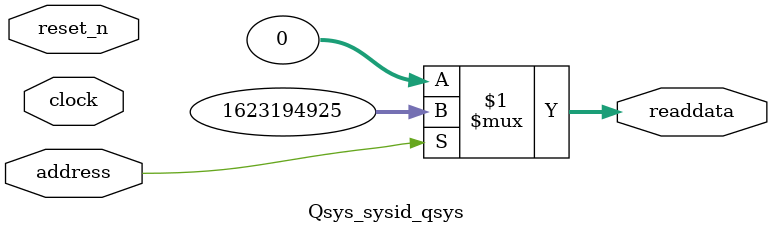
<source format=v>



// synthesis translate_off
`timescale 1ns / 1ps
// synthesis translate_on

// turn off superfluous verilog processor warnings 
// altera message_level Level1 
// altera message_off 10034 10035 10036 10037 10230 10240 10030 

module Qsys_sysid_qsys (
               // inputs:
                address,
                clock,
                reset_n,

               // outputs:
                readdata
             )
;

  output  [ 31: 0] readdata;
  input            address;
  input            clock;
  input            reset_n;

  wire    [ 31: 0] readdata;
  //control_slave, which is an e_avalon_slave
  assign readdata = address ? 1623194925 : 0;

endmodule



</source>
